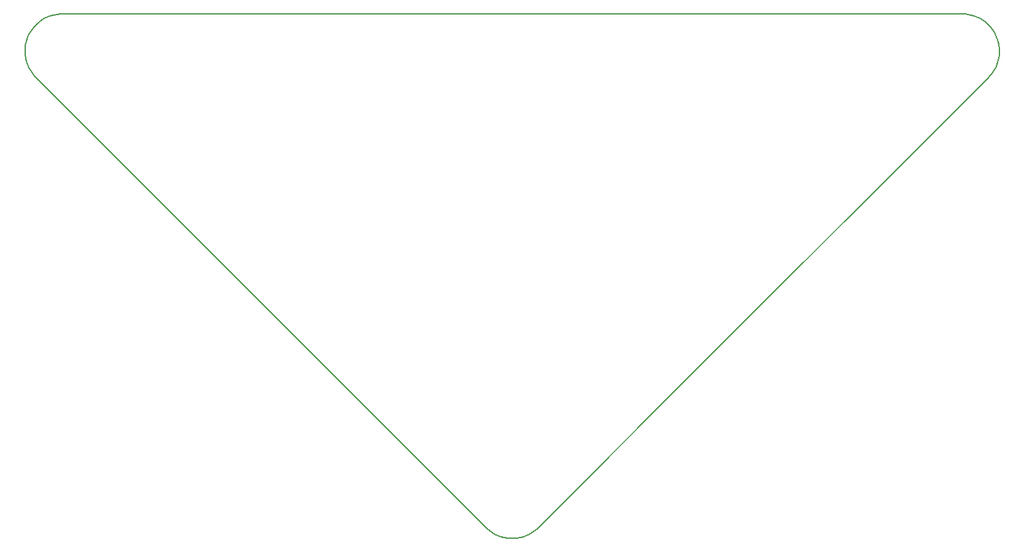
<source format=gbr>
G04 #@! TF.GenerationSoftware,KiCad,Pcbnew,8.0.1-rc2-202403101705~c0fd138706~ubuntu22.04.1*
G04 #@! TF.CreationDate,2024-03-11T22:08:16-04:00*
G04 #@! TF.ProjectId,Balance_Controller,42616c61-6e63-4655-9f43-6f6e74726f6c,rev?*
G04 #@! TF.SameCoordinates,Original*
G04 #@! TF.FileFunction,Profile,NP*
%FSLAX46Y46*%
G04 Gerber Fmt 4.6, Leading zero omitted, Abs format (unit mm)*
G04 Created by KiCad (PCBNEW 8.0.1-rc2-202403101705~c0fd138706~ubuntu22.04.1) date 2024-03-11 22:08:16*
%MOMM*%
%LPD*%
G01*
G04 APERTURE LIST*
G04 #@! TA.AperFunction,Profile*
%ADD10C,0.150000*%
G04 #@! TD*
G04 APERTURE END LIST*
D10*
X160400000Y-21550000D02*
X160735795Y-21591014D01*
X161081566Y-21667386D01*
X161518114Y-21789083D01*
X161941857Y-21949788D01*
X162349319Y-22148182D01*
X162737153Y-22382636D01*
X163102179Y-22651227D01*
X163441399Y-22951751D01*
X163752031Y-23281740D01*
X164031524Y-23638486D01*
X164277585Y-24019063D01*
X164488195Y-24420346D01*
X164661625Y-24839043D01*
X164796451Y-25271716D01*
X164891568Y-25714816D01*
X164946195Y-26164706D01*
X164959883Y-26617693D01*
X164932520Y-27070060D01*
X164864331Y-27518094D01*
X164755875Y-27958119D01*
X164608042Y-28386524D01*
X164422046Y-28799791D01*
X164199412Y-29194530D01*
X163941969Y-29567502D01*
X163651829Y-29915645D01*
X163493398Y-30077670D01*
X156987781Y-36583286D01*
X125804372Y-67766696D01*
X103035534Y-90535534D01*
X102879560Y-90688143D01*
X102545257Y-90968656D01*
X102187778Y-91218966D01*
X101809843Y-91437167D01*
X101414329Y-91621598D01*
X101004245Y-91770856D01*
X100582714Y-91883805D01*
X100152942Y-91959585D01*
X99718201Y-91997620D01*
X99281799Y-91997620D01*
X98847058Y-91959585D01*
X98417286Y-91883805D01*
X97995755Y-91770856D01*
X97585671Y-91621598D01*
X97190157Y-91437167D01*
X96812222Y-91218966D01*
X96454743Y-90968656D01*
X96120440Y-90688143D01*
X95964466Y-90535534D01*
X69872226Y-64443294D01*
X53750191Y-48321259D01*
X35506602Y-30077670D01*
X35348172Y-29915644D01*
X35058035Y-29567501D01*
X34800594Y-29194529D01*
X34577963Y-28799789D01*
X34391969Y-28386522D01*
X34244138Y-27958118D01*
X34135683Y-27518094D01*
X34067495Y-27070060D01*
X34040133Y-26617694D01*
X34053822Y-26164708D01*
X34108449Y-25714820D01*
X34203566Y-25271721D01*
X34338392Y-24839048D01*
X34511822Y-24420353D01*
X34722430Y-24019070D01*
X34968491Y-23638494D01*
X35247983Y-23281748D01*
X35558613Y-22951759D01*
X35897832Y-22651235D01*
X36262855Y-22382644D01*
X36650688Y-22148188D01*
X37058148Y-21949794D01*
X37481890Y-21789087D01*
X37918437Y-21667388D01*
X38364206Y-21585695D01*
X38815539Y-21544679D01*
X39042135Y-21542136D01*
X144000000Y-21500000D01*
X152750000Y-21500000D01*
X160050000Y-21500000D01*
X160400000Y-21550000D01*
M02*

</source>
